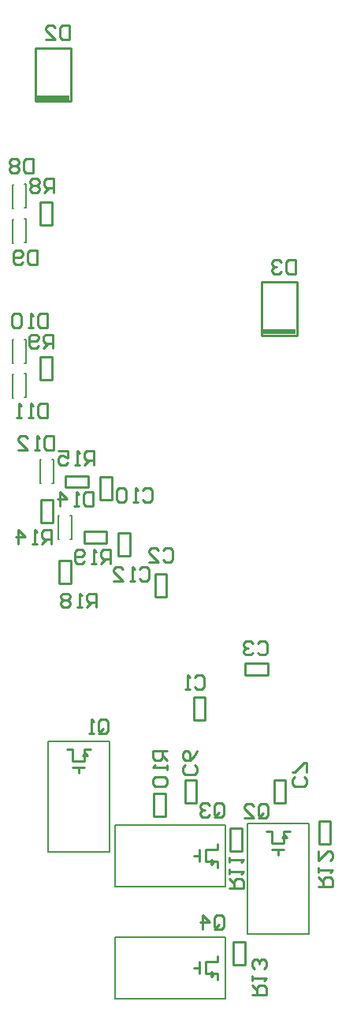
<source format=gbo>
G04*
G04 #@! TF.GenerationSoftware,Altium Limited,Altium Designer,18.1.6 (161)*
G04*
G04 Layer_Color=32896*
%FSLAX44Y44*%
%MOMM*%
G71*
G01*
G75*
%ADD11C,0.2540*%
%ADD13C,0.2000*%
%ADD15C,0.1270*%
%ADD17R,3.6830X0.5080*%
D11*
X434563Y260805D02*
X437104Y258265D01*
X432024D02*
X434563Y260805D01*
X432024Y258265D02*
X437104D01*
X434063Y264835D02*
X440414D01*
X434063Y252135D02*
Y264835D01*
X421363Y252135D02*
X434063D01*
X421363D02*
Y264835D01*
X415014D02*
X421363D01*
Y245785D02*
X434063D01*
X421363D02*
X427714D01*
Y239435D02*
Y245785D01*
X220214Y349140D02*
X222754Y346600D01*
X217674D02*
X220214Y349140D01*
X217674Y346600D02*
X222754D01*
X219714Y353170D02*
X226064D01*
X219714Y340470D02*
Y353170D01*
X207014Y340470D02*
X219714D01*
X207014D02*
Y353170D01*
X200664D02*
X207014D01*
Y334120D02*
X219714D01*
X207014D02*
X213364D01*
Y327770D02*
Y334120D01*
X355820Y109303D02*
X358360Y111843D01*
X355820Y114383D02*
X358360Y111843D01*
X355820Y109303D02*
Y114383D01*
X362390Y105993D02*
Y112343D01*
X349690D02*
X362390D01*
X349690D02*
Y125043D01*
X362390D01*
Y131393D01*
X343340Y112343D02*
Y125043D01*
Y118693D02*
Y125043D01*
X336990Y118693D02*
X343340D01*
X355820Y229674D02*
X358360Y232214D01*
X355820Y234754D02*
X358360Y232214D01*
X355820Y229674D02*
Y234754D01*
X362390Y226364D02*
Y232714D01*
X349690D02*
X362390D01*
X349690D02*
Y245414D01*
X362390D01*
Y251764D01*
X343340Y232714D02*
Y245414D01*
Y239064D02*
Y245414D01*
X336990Y239064D02*
X343340D01*
X295310Y541251D02*
X307810D01*
Y516751D02*
Y541251D01*
X295310Y516751D02*
X307810D01*
X295310D02*
Y541251D01*
X392227Y433068D02*
Y445568D01*
X416727D01*
Y433068D02*
Y445568D01*
X392227Y433068D02*
X416727D01*
X336902Y408745D02*
X349402D01*
Y384245D02*
Y408745D01*
X336902Y384245D02*
X349402D01*
X336902D02*
Y408745D01*
X204674Y1048212D02*
Y1105362D01*
X166574D02*
X204674D01*
X166574Y1048212D02*
Y1105362D01*
Y1048212D02*
X204674D01*
X447724Y797179D02*
Y854329D01*
X409624D02*
X447724D01*
X409624Y797179D02*
Y854329D01*
Y797179D02*
X447724D01*
X423213Y295469D02*
X435713D01*
X423213D02*
Y319969D01*
X435713D01*
Y295469D02*
Y319969D01*
X327443Y295670D02*
X339943D01*
X327443D02*
Y320170D01*
X339943D01*
Y295670D02*
Y320170D01*
X199408Y633916D02*
X223908D01*
Y646416D01*
X199408D02*
X223908D01*
X199408Y633916D02*
Y646416D01*
X306575Y281294D02*
Y305794D01*
X294075D02*
X306575D01*
X294075Y281294D02*
Y305794D01*
Y281294D02*
X306575D01*
X471390Y251799D02*
Y276299D01*
Y251799D02*
X483890D01*
Y276299D01*
X471390D02*
X483890D01*
X379824Y121763D02*
Y146263D01*
Y121763D02*
X392324D01*
Y146263D01*
X379824D02*
X392324D01*
X171943Y915675D02*
Y940175D01*
Y915675D02*
X184443D01*
Y940175D01*
X171943D02*
X184443D01*
X171943Y749408D02*
Y773908D01*
Y749408D02*
X184443D01*
Y773908D01*
X171943D02*
X184443D01*
X376429Y244317D02*
Y268817D01*
Y244317D02*
X388929D01*
Y268817D01*
X376429D02*
X388929D01*
X248683Y620502D02*
Y645002D01*
X236183D02*
X248683D01*
X236183Y620502D02*
Y645002D01*
Y620502D02*
X248683D01*
X185172Y596357D02*
Y620857D01*
X172672D02*
X185172D01*
X172672Y596357D02*
Y620857D01*
Y596357D02*
X185172D01*
X204881Y531029D02*
Y555529D01*
X192381D02*
X204881D01*
X192381Y531029D02*
Y555529D01*
Y531029D02*
X204881D01*
X268271Y560755D02*
Y585255D01*
X255771D02*
X268271D01*
X255771Y560755D02*
Y585255D01*
Y560755D02*
X268271D01*
X219056Y574202D02*
X243556D01*
Y586702D01*
X219056D02*
X243556D01*
X219056Y574202D02*
Y586702D01*
X406710Y281835D02*
Y291992D01*
X409249Y294531D01*
X414328D01*
X416867Y291992D01*
Y281835D01*
X414328Y279296D01*
X409249D01*
X411788Y284374D02*
X406710Y279296D01*
X409249D02*
X406710Y281835D01*
X391475Y279296D02*
X401632D01*
X391475Y289453D01*
Y291992D01*
X394014Y294531D01*
X399092D01*
X401632Y291992D01*
X234635Y372924D02*
Y383080D01*
X237174Y385620D01*
X242253D01*
X244792Y383080D01*
Y372924D01*
X242253Y370384D01*
X237174D01*
X239713Y375463D02*
X234635Y370384D01*
X237174D02*
X234635Y372924D01*
X229557Y370384D02*
X224478D01*
X227018D01*
Y385620D01*
X229557Y383080D01*
X359318Y162807D02*
Y172963D01*
X361857Y175502D01*
X366936D01*
X369475Y172963D01*
Y162807D01*
X366936Y160267D01*
X361857D01*
X364397Y165346D02*
X359318Y160267D01*
X361857D02*
X359318Y162807D01*
X346622Y160267D02*
Y175502D01*
X354240Y167885D01*
X344083D01*
X359318Y283151D02*
Y293308D01*
X361857Y295847D01*
X366936D01*
X369475Y293308D01*
Y283151D01*
X366936Y280612D01*
X361857D01*
X364397Y285691D02*
X359318Y280612D01*
X361857D02*
X359318Y283151D01*
X354240Y293308D02*
X351701Y295847D01*
X346622D01*
X344083Y293308D01*
Y290769D01*
X346622Y288230D01*
X349161D01*
X346622D01*
X344083Y285691D01*
Y283151D01*
X346622Y280612D01*
X351701D01*
X354240Y283151D01*
X446392Y878451D02*
Y863216D01*
X438774D01*
X436235Y865755D01*
Y875912D01*
X438774Y878451D01*
X446392D01*
X431157Y875912D02*
X428617Y878451D01*
X423539D01*
X421000Y875912D01*
Y873372D01*
X423539Y870833D01*
X426078D01*
X423539D01*
X421000Y868294D01*
Y865755D01*
X423539Y863216D01*
X428617D01*
X431157Y865755D01*
X203282Y1129521D02*
Y1114286D01*
X195665D01*
X193125Y1116825D01*
Y1126982D01*
X195665Y1129521D01*
X203282D01*
X177890Y1114286D02*
X188047D01*
X177890Y1124443D01*
Y1126982D01*
X180429Y1129521D01*
X185508D01*
X188047Y1126982D01*
X405344Y467046D02*
X407884Y469585D01*
X412962D01*
X415501Y467046D01*
Y456890D01*
X412962Y454351D01*
X407884D01*
X405344Y456890D01*
X400266Y467046D02*
X397727Y469585D01*
X392649D01*
X390109Y467046D01*
Y464507D01*
X392649Y461968D01*
X395188D01*
X392649D01*
X390109Y459429D01*
Y456890D01*
X392649Y454351D01*
X397727D01*
X400266Y456890D01*
X303797Y566610D02*
X306336Y569150D01*
X311414D01*
X313954Y566610D01*
Y556454D01*
X311414Y553914D01*
X306336D01*
X303797Y556454D01*
X288562Y553914D02*
X298718D01*
X288562Y564071D01*
Y566610D01*
X291101Y569150D01*
X296179D01*
X298718Y566610D01*
X337959Y430423D02*
X340498Y432962D01*
X345577D01*
X348116Y430423D01*
Y420266D01*
X345577Y417727D01*
X340498D01*
X337959Y420266D01*
X332881Y417727D02*
X327803D01*
X330342D01*
Y432962D01*
X332881Y430423D01*
X456029Y323858D02*
X458568Y321319D01*
Y316241D01*
X456029Y313702D01*
X445872D01*
X443333Y316241D01*
Y321319D01*
X445872Y323858D01*
X458568Y328937D02*
Y339094D01*
X456029D01*
X445872Y328937D01*
X443333D01*
X337813Y336209D02*
X340353Y333670D01*
Y328592D01*
X337813Y326053D01*
X327657D01*
X325118Y328592D01*
Y333670D01*
X327657Y336209D01*
X340353Y351445D02*
X337813Y346366D01*
X332735Y341288D01*
X327657D01*
X325118Y343827D01*
Y348905D01*
X327657Y351445D01*
X330196D01*
X332735Y348905D01*
Y341288D01*
X186649Y950418D02*
Y965653D01*
X179032D01*
X176493Y963113D01*
Y958035D01*
X179032Y955496D01*
X186649D01*
X181571D02*
X176493Y950418D01*
X171414Y963113D02*
X168875Y965653D01*
X163797D01*
X161257Y963113D01*
Y960574D01*
X163797Y958035D01*
X161257Y955496D01*
Y952957D01*
X163797Y950418D01*
X168875D01*
X171414Y952957D01*
Y955496D01*
X168875Y958035D01*
X171414Y960574D01*
Y963113D01*
X168875Y958035D02*
X163797D01*
X185737Y782862D02*
Y798097D01*
X178119D01*
X175580Y795558D01*
Y790480D01*
X178119Y787940D01*
X185737D01*
X180658D02*
X175580Y782862D01*
X170501Y785401D02*
X167962Y782862D01*
X162884D01*
X160345Y785401D01*
Y795558D01*
X162884Y798097D01*
X167962D01*
X170501Y795558D01*
Y793019D01*
X167962Y790480D01*
X160345D01*
X308268Y351440D02*
X293032D01*
Y343822D01*
X295572Y341283D01*
X300650D01*
X303189Y343822D01*
Y351440D01*
Y346361D02*
X308268Y341283D01*
Y336205D02*
Y331126D01*
Y333666D01*
X293032D01*
X295572Y336205D01*
Y323509D02*
X293032Y320970D01*
Y315891D01*
X295572Y313352D01*
X305728D01*
X308268Y315891D01*
Y320970D01*
X305728Y323509D01*
X295572D01*
X375126Y203750D02*
X390361D01*
Y211368D01*
X387822Y213907D01*
X382744D01*
X380205Y211368D01*
Y203750D01*
Y208829D02*
X375126Y213907D01*
Y218985D02*
Y224064D01*
Y221525D01*
X390361D01*
X387822Y218985D01*
X375126Y231681D02*
Y236760D01*
Y234220D01*
X390361D01*
X387822Y231681D01*
X471044Y206153D02*
X486279D01*
Y213771D01*
X483740Y216310D01*
X478662D01*
X476122Y213771D01*
Y206153D01*
Y211232D02*
X471044Y216310D01*
Y221388D02*
Y226467D01*
Y223927D01*
X486279D01*
X483740Y221388D01*
X471044Y244241D02*
Y234084D01*
X481201Y244241D01*
X483740D01*
X486279Y241702D01*
Y236623D01*
X483740Y234084D01*
X400105Y90063D02*
X415340D01*
Y97681D01*
X412801Y100220D01*
X407723D01*
X405183Y97681D01*
Y90063D01*
Y95142D02*
X400105Y100220D01*
Y105298D02*
Y110377D01*
Y107838D01*
X415340D01*
X412801Y105298D01*
Y117994D02*
X415340Y120534D01*
Y125612D01*
X412801Y128151D01*
X410262D01*
X407723Y125612D01*
Y123073D01*
Y125612D01*
X405183Y128151D01*
X402644D01*
X400105Y125612D01*
Y120534D01*
X402644Y117994D01*
X281821Y631044D02*
X284361Y633583D01*
X289439D01*
X291978Y631044D01*
Y620887D01*
X289439Y618348D01*
X284361D01*
X281821Y620887D01*
X276743Y618348D02*
X271665D01*
X274204D01*
Y633583D01*
X276743Y631044D01*
X264047D02*
X261508Y633583D01*
X256430D01*
X253890Y631044D01*
Y620887D01*
X256430Y618348D01*
X261508D01*
X264047Y620887D01*
Y631044D01*
X278583Y546165D02*
X281122Y548704D01*
X286200D01*
X288740Y546165D01*
Y536008D01*
X286200Y533469D01*
X281122D01*
X278583Y536008D01*
X273505Y533469D02*
X268426D01*
X270965D01*
Y548704D01*
X273505Y546165D01*
X250652Y533469D02*
X260809D01*
X250652Y543626D01*
Y546165D01*
X253191Y548704D01*
X258270D01*
X260809Y546165D01*
X164265Y986099D02*
Y970864D01*
X156647D01*
X154108Y973403D01*
Y983560D01*
X156647Y986099D01*
X164265D01*
X149029Y983560D02*
X146490Y986099D01*
X141412D01*
X138873Y983560D01*
Y981020D01*
X141412Y978481D01*
X138873Y975942D01*
Y973403D01*
X141412Y970864D01*
X146490D01*
X149029Y973403D01*
Y975942D01*
X146490Y978481D01*
X149029Y981020D01*
Y983560D01*
X146490Y978481D02*
X141412D01*
X168824Y887922D02*
Y872687D01*
X161206D01*
X158667Y875226D01*
Y885383D01*
X161206Y887922D01*
X168824D01*
X153589Y875226D02*
X151050Y872687D01*
X145971D01*
X143432Y875226D01*
Y885383D01*
X145971Y887922D01*
X151050D01*
X153589Y885383D01*
Y882843D01*
X151050Y880304D01*
X143432D01*
X179801Y820807D02*
Y805572D01*
X172184D01*
X169645Y808111D01*
Y818267D01*
X172184Y820807D01*
X179801D01*
X164566Y805572D02*
X159488D01*
X162027D01*
Y820807D01*
X164566Y818267D01*
X151870D02*
X149331Y820807D01*
X144253D01*
X141713Y818267D01*
Y808111D01*
X144253Y805572D01*
X149331D01*
X151870Y808111D01*
Y818267D01*
X180059Y724033D02*
Y708798D01*
X172442D01*
X169902Y711337D01*
Y721494D01*
X172442Y724033D01*
X180059D01*
X164824Y708798D02*
X159746D01*
X162285D01*
Y724033D01*
X164824Y721494D01*
X152128Y708798D02*
X147050D01*
X149589D01*
Y724033D01*
X152128Y721494D01*
X186077Y688959D02*
Y673724D01*
X178459D01*
X175920Y676263D01*
Y686420D01*
X178459Y688959D01*
X186077D01*
X170841Y673724D02*
X165763D01*
X168302D01*
Y688959D01*
X170841Y686420D01*
X147989Y673724D02*
X158146D01*
X147989Y683880D01*
Y686420D01*
X150528Y688959D01*
X155606D01*
X158146Y686420D01*
X229124Y629541D02*
Y614306D01*
X221507D01*
X218967Y616845D01*
Y627002D01*
X221507Y629541D01*
X229124D01*
X213889Y614306D02*
X208811D01*
X211350D01*
Y629541D01*
X213889Y627002D01*
X193576Y614306D02*
Y629541D01*
X201193Y621923D01*
X191037D01*
X184106Y573079D02*
Y588314D01*
X176488D01*
X173949Y585775D01*
Y580697D01*
X176488Y578158D01*
X184106D01*
X179027D02*
X173949Y573079D01*
X168871D02*
X163792D01*
X166331D01*
Y588314D01*
X168871Y585775D01*
X148557Y573079D02*
Y588314D01*
X156175Y580697D01*
X146018D01*
X229885Y657580D02*
Y672816D01*
X222267D01*
X219728Y670276D01*
Y665198D01*
X222267Y662659D01*
X229885D01*
X224806D02*
X219728Y657580D01*
X214650D02*
X209571D01*
X212111D01*
Y672816D01*
X214650Y670276D01*
X191797Y672816D02*
X201954D01*
Y665198D01*
X196876Y667737D01*
X194336D01*
X191797Y665198D01*
Y660120D01*
X194336Y657580D01*
X199415D01*
X201954Y660120D01*
X231733Y505155D02*
Y520390D01*
X224116D01*
X221576Y517851D01*
Y512772D01*
X224116Y510233D01*
X231733D01*
X226655D02*
X221576Y505155D01*
X216498D02*
X211420D01*
X213959D01*
Y520390D01*
X216498Y517851D01*
X203802D02*
X201263Y520390D01*
X196185D01*
X193646Y517851D01*
Y515311D01*
X196185Y512772D01*
X193646Y510233D01*
Y507694D01*
X196185Y505155D01*
X201263D01*
X203802Y507694D01*
Y510233D01*
X201263Y512772D01*
X203802Y515311D01*
Y517851D01*
X201263Y512772D02*
X196185D01*
X247398Y552084D02*
Y567319D01*
X239780D01*
X237241Y564780D01*
Y559702D01*
X239780Y557163D01*
X247398D01*
X242320D02*
X237241Y552084D01*
X232163D02*
X227084D01*
X229624D01*
Y567319D01*
X232163Y564780D01*
X219467Y554624D02*
X216928Y552084D01*
X211849D01*
X209310Y554624D01*
Y564780D01*
X211849Y567319D01*
X216928D01*
X219467Y564780D01*
Y562241D01*
X216928Y559702D01*
X209310D01*
D13*
X394714Y154675D02*
Y273425D01*
Y154675D02*
X460714D01*
Y273425D01*
X394714D02*
X460714D01*
X180364Y243010D02*
Y361760D01*
Y243010D02*
X246364D01*
Y361760D01*
X180364D02*
X246364D01*
X252230Y151693D02*
X370980D01*
X252230Y85693D02*
Y151693D01*
Y85693D02*
X370980D01*
Y151693D01*
X252230Y272064D02*
X370980D01*
X252230Y206064D02*
Y272064D01*
Y206064D02*
X370980D01*
Y272064D01*
D15*
X142238Y896178D02*
X143508D01*
X155192Y921832D02*
X156462D01*
X155192Y896432D02*
X156462D01*
X142238Y921578D02*
X143508D01*
X156462Y896432D02*
Y921832D01*
X142238Y896178D02*
Y921578D01*
X155192Y959131D02*
X156462D01*
X142238Y933477D02*
X143508D01*
X142238Y958877D02*
X143508D01*
X155192Y933731D02*
X156462D01*
X142238Y933477D02*
Y958877D01*
X156462Y933731D02*
Y959131D01*
X155192Y792981D02*
X156462D01*
X142238Y767327D02*
X143508D01*
X142238Y792727D02*
X143508D01*
X155192Y767581D02*
X156462D01*
X142238Y767327D02*
Y792727D01*
X156462Y767581D02*
Y792981D01*
X142238Y730162D02*
X143508D01*
X155192Y755816D02*
X156462D01*
X155192Y730416D02*
X156462D01*
X142238Y755562D02*
X143508D01*
X156462Y730416D02*
Y755816D01*
X142238Y730162D02*
Y755562D01*
X184870Y663853D02*
X186140D01*
X171916Y638199D02*
X173186D01*
X171916Y663599D02*
X173186D01*
X184870Y638453D02*
X186140D01*
X171916Y638199D02*
Y663599D01*
X186140Y638453D02*
Y663853D01*
X204415Y604144D02*
X205685D01*
X191460Y578490D02*
X192731D01*
X191460Y603890D02*
X192731D01*
X204415Y578744D02*
X205685D01*
X191460Y578490D02*
Y603890D01*
X205685Y578744D02*
Y604144D01*
D17*
X184989Y1052023D02*
D03*
X428039Y800989D02*
D03*
M02*

</source>
